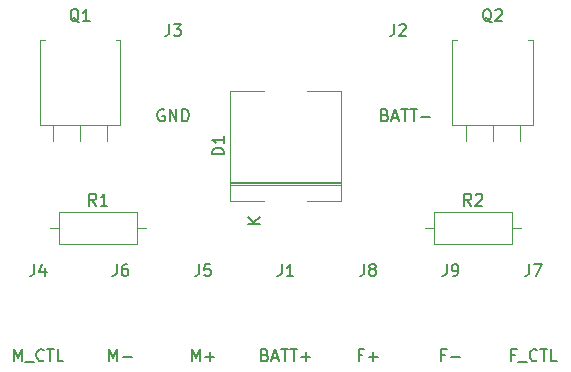
<source format=gbr>
%TF.GenerationSoftware,KiCad,Pcbnew,(5.1.6)-1*%
%TF.CreationDate,2020-08-02T10:54:23-04:00*%
%TF.ProjectId,Fogger_Power_CTRL,466f6767-6572-45f5-906f-7765725f4354,rev?*%
%TF.SameCoordinates,Original*%
%TF.FileFunction,Legend,Top*%
%TF.FilePolarity,Positive*%
%FSLAX46Y46*%
G04 Gerber Fmt 4.6, Leading zero omitted, Abs format (unit mm)*
G04 Created by KiCad (PCBNEW (5.1.6)-1) date 2020-08-02 10:54:23*
%MOMM*%
%LPD*%
G01*
G04 APERTURE LIST*
%ADD10C,0.150000*%
%ADD11C,0.120000*%
G04 APERTURE END LIST*
D10*
X145796190Y-111688571D02*
X145462857Y-111688571D01*
X145462857Y-112212380D02*
X145462857Y-111212380D01*
X145939047Y-111212380D01*
X146081904Y-112307619D02*
X146843809Y-112307619D01*
X147653333Y-112117142D02*
X147605714Y-112164761D01*
X147462857Y-112212380D01*
X147367619Y-112212380D01*
X147224761Y-112164761D01*
X147129523Y-112069523D01*
X147081904Y-111974285D01*
X147034285Y-111783809D01*
X147034285Y-111640952D01*
X147081904Y-111450476D01*
X147129523Y-111355238D01*
X147224761Y-111260000D01*
X147367619Y-111212380D01*
X147462857Y-111212380D01*
X147605714Y-111260000D01*
X147653333Y-111307619D01*
X147939047Y-111212380D02*
X148510476Y-111212380D01*
X148224761Y-112212380D02*
X148224761Y-111212380D01*
X149320000Y-112212380D02*
X148843809Y-112212380D01*
X148843809Y-111212380D01*
X139858809Y-111688571D02*
X139525476Y-111688571D01*
X139525476Y-112212380D02*
X139525476Y-111212380D01*
X140001666Y-111212380D01*
X140382619Y-111831428D02*
X141144523Y-111831428D01*
X132873809Y-111688571D02*
X132540476Y-111688571D01*
X132540476Y-112212380D02*
X132540476Y-111212380D01*
X133016666Y-111212380D01*
X133397619Y-111831428D02*
X134159523Y-111831428D01*
X133778571Y-112212380D02*
X133778571Y-111450476D01*
X124626904Y-111688571D02*
X124769761Y-111736190D01*
X124817380Y-111783809D01*
X124865000Y-111879047D01*
X124865000Y-112021904D01*
X124817380Y-112117142D01*
X124769761Y-112164761D01*
X124674523Y-112212380D01*
X124293571Y-112212380D01*
X124293571Y-111212380D01*
X124626904Y-111212380D01*
X124722142Y-111260000D01*
X124769761Y-111307619D01*
X124817380Y-111402857D01*
X124817380Y-111498095D01*
X124769761Y-111593333D01*
X124722142Y-111640952D01*
X124626904Y-111688571D01*
X124293571Y-111688571D01*
X125245952Y-111926666D02*
X125722142Y-111926666D01*
X125150714Y-112212380D02*
X125484047Y-111212380D01*
X125817380Y-112212380D01*
X126007857Y-111212380D02*
X126579285Y-111212380D01*
X126293571Y-112212380D02*
X126293571Y-111212380D01*
X126769761Y-111212380D02*
X127341190Y-111212380D01*
X127055476Y-112212380D02*
X127055476Y-111212380D01*
X127674523Y-111831428D02*
X128436428Y-111831428D01*
X128055476Y-112212380D02*
X128055476Y-111450476D01*
X118427619Y-112212380D02*
X118427619Y-111212380D01*
X118760952Y-111926666D01*
X119094285Y-111212380D01*
X119094285Y-112212380D01*
X119570476Y-111831428D02*
X120332380Y-111831428D01*
X119951428Y-112212380D02*
X119951428Y-111450476D01*
X111442619Y-112212380D02*
X111442619Y-111212380D01*
X111775952Y-111926666D01*
X112109285Y-111212380D01*
X112109285Y-112212380D01*
X112585476Y-111831428D02*
X113347380Y-111831428D01*
X103410000Y-112212380D02*
X103410000Y-111212380D01*
X103743333Y-111926666D01*
X104076666Y-111212380D01*
X104076666Y-112212380D01*
X104314761Y-112307619D02*
X105076666Y-112307619D01*
X105886190Y-112117142D02*
X105838571Y-112164761D01*
X105695714Y-112212380D01*
X105600476Y-112212380D01*
X105457619Y-112164761D01*
X105362380Y-112069523D01*
X105314761Y-111974285D01*
X105267142Y-111783809D01*
X105267142Y-111640952D01*
X105314761Y-111450476D01*
X105362380Y-111355238D01*
X105457619Y-111260000D01*
X105600476Y-111212380D01*
X105695714Y-111212380D01*
X105838571Y-111260000D01*
X105886190Y-111307619D01*
X106171904Y-111212380D02*
X106743333Y-111212380D01*
X106457619Y-112212380D02*
X106457619Y-111212380D01*
X107552857Y-112212380D02*
X107076666Y-112212380D01*
X107076666Y-111212380D01*
X134786904Y-91368571D02*
X134929761Y-91416190D01*
X134977380Y-91463809D01*
X135025000Y-91559047D01*
X135025000Y-91701904D01*
X134977380Y-91797142D01*
X134929761Y-91844761D01*
X134834523Y-91892380D01*
X134453571Y-91892380D01*
X134453571Y-90892380D01*
X134786904Y-90892380D01*
X134882142Y-90940000D01*
X134929761Y-90987619D01*
X134977380Y-91082857D01*
X134977380Y-91178095D01*
X134929761Y-91273333D01*
X134882142Y-91320952D01*
X134786904Y-91368571D01*
X134453571Y-91368571D01*
X135405952Y-91606666D02*
X135882142Y-91606666D01*
X135310714Y-91892380D02*
X135644047Y-90892380D01*
X135977380Y-91892380D01*
X136167857Y-90892380D02*
X136739285Y-90892380D01*
X136453571Y-91892380D02*
X136453571Y-90892380D01*
X136929761Y-90892380D02*
X137501190Y-90892380D01*
X137215476Y-91892380D02*
X137215476Y-90892380D01*
X137834523Y-91511428D02*
X138596428Y-91511428D01*
X116078095Y-90940000D02*
X115982857Y-90892380D01*
X115840000Y-90892380D01*
X115697142Y-90940000D01*
X115601904Y-91035238D01*
X115554285Y-91130476D01*
X115506666Y-91320952D01*
X115506666Y-91463809D01*
X115554285Y-91654285D01*
X115601904Y-91749523D01*
X115697142Y-91844761D01*
X115840000Y-91892380D01*
X115935238Y-91892380D01*
X116078095Y-91844761D01*
X116125714Y-91797142D01*
X116125714Y-91463809D01*
X115935238Y-91463809D01*
X116554285Y-91892380D02*
X116554285Y-90892380D01*
X117125714Y-91892380D01*
X117125714Y-90892380D01*
X117601904Y-91892380D02*
X117601904Y-90892380D01*
X117840000Y-90892380D01*
X117982857Y-90940000D01*
X118078095Y-91035238D01*
X118125714Y-91130476D01*
X118173333Y-91320952D01*
X118173333Y-91463809D01*
X118125714Y-91654285D01*
X118078095Y-91749523D01*
X117982857Y-91844761D01*
X117840000Y-91892380D01*
X117601904Y-91892380D01*
D11*
%TO.C,D1*%
X121695000Y-97285000D02*
X131035000Y-97285000D01*
X121695000Y-97045000D02*
X131035000Y-97045000D01*
X121695000Y-97165000D02*
X131035000Y-97165000D01*
X131035000Y-89310000D02*
X128205000Y-89310000D01*
X131035000Y-98650000D02*
X131035000Y-89310000D01*
X128205000Y-98650000D02*
X131035000Y-98650000D01*
X121695000Y-89310000D02*
X124525000Y-89310000D01*
X121695000Y-98650000D02*
X121695000Y-89310000D01*
X124525000Y-98650000D02*
X121695000Y-98650000D01*
%TO.C,Q1*%
X105560000Y-92235000D02*
X112380000Y-92235000D01*
X105560000Y-84995000D02*
X105969000Y-84995000D01*
X111971000Y-84995000D02*
X112380000Y-84995000D01*
X105560000Y-84995000D02*
X105560000Y-92235000D01*
X112380000Y-84995000D02*
X112380000Y-92235000D01*
X106680000Y-92235000D02*
X106680000Y-93565000D01*
X108970000Y-92235000D02*
X108970000Y-93565000D01*
X111260000Y-92235000D02*
X111260000Y-93565000D01*
%TO.C,Q2*%
X146185000Y-92235000D02*
X146185000Y-93565000D01*
X143895000Y-92235000D02*
X143895000Y-93565000D01*
X141605000Y-92235000D02*
X141605000Y-93565000D01*
X147305000Y-84995000D02*
X147305000Y-92235000D01*
X140485000Y-84995000D02*
X140485000Y-92235000D01*
X146896000Y-84995000D02*
X147305000Y-84995000D01*
X140485000Y-84995000D02*
X140894000Y-84995000D01*
X140485000Y-92235000D02*
X147305000Y-92235000D01*
%TO.C,R1*%
X107220000Y-99595000D02*
X107220000Y-102335000D01*
X107220000Y-102335000D02*
X113760000Y-102335000D01*
X113760000Y-102335000D02*
X113760000Y-99595000D01*
X113760000Y-99595000D02*
X107220000Y-99595000D01*
X106450000Y-100965000D02*
X107220000Y-100965000D01*
X114530000Y-100965000D02*
X113760000Y-100965000D01*
%TO.C,R2*%
X146280000Y-100965000D02*
X145510000Y-100965000D01*
X138200000Y-100965000D02*
X138970000Y-100965000D01*
X145510000Y-99595000D02*
X138970000Y-99595000D01*
X145510000Y-102335000D02*
X145510000Y-99595000D01*
X138970000Y-102335000D02*
X145510000Y-102335000D01*
X138970000Y-99595000D02*
X138970000Y-102335000D01*
%TO.C,D1*%
D10*
X121147380Y-94718095D02*
X120147380Y-94718095D01*
X120147380Y-94480000D01*
X120195000Y-94337142D01*
X120290238Y-94241904D01*
X120385476Y-94194285D01*
X120575952Y-94146666D01*
X120718809Y-94146666D01*
X120909285Y-94194285D01*
X121004523Y-94241904D01*
X121099761Y-94337142D01*
X121147380Y-94480000D01*
X121147380Y-94718095D01*
X121147380Y-93194285D02*
X121147380Y-93765714D01*
X121147380Y-93480000D02*
X120147380Y-93480000D01*
X120290238Y-93575238D01*
X120385476Y-93670476D01*
X120433095Y-93765714D01*
X124217380Y-100591904D02*
X123217380Y-100591904D01*
X124217380Y-100020476D02*
X123645952Y-100449047D01*
X123217380Y-100020476D02*
X123788809Y-100591904D01*
%TO.C,J1*%
X126031666Y-104002380D02*
X126031666Y-104716666D01*
X125984047Y-104859523D01*
X125888809Y-104954761D01*
X125745952Y-105002380D01*
X125650714Y-105002380D01*
X127031666Y-105002380D02*
X126460238Y-105002380D01*
X126745952Y-105002380D02*
X126745952Y-104002380D01*
X126650714Y-104145238D01*
X126555476Y-104240476D01*
X126460238Y-104288095D01*
%TO.C,J2*%
X135556666Y-83682380D02*
X135556666Y-84396666D01*
X135509047Y-84539523D01*
X135413809Y-84634761D01*
X135270952Y-84682380D01*
X135175714Y-84682380D01*
X135985238Y-83777619D02*
X136032857Y-83730000D01*
X136128095Y-83682380D01*
X136366190Y-83682380D01*
X136461428Y-83730000D01*
X136509047Y-83777619D01*
X136556666Y-83872857D01*
X136556666Y-83968095D01*
X136509047Y-84110952D01*
X135937619Y-84682380D01*
X136556666Y-84682380D01*
%TO.C,J3*%
X116506666Y-83682380D02*
X116506666Y-84396666D01*
X116459047Y-84539523D01*
X116363809Y-84634761D01*
X116220952Y-84682380D01*
X116125714Y-84682380D01*
X116887619Y-83682380D02*
X117506666Y-83682380D01*
X117173333Y-84063333D01*
X117316190Y-84063333D01*
X117411428Y-84110952D01*
X117459047Y-84158571D01*
X117506666Y-84253809D01*
X117506666Y-84491904D01*
X117459047Y-84587142D01*
X117411428Y-84634761D01*
X117316190Y-84682380D01*
X117030476Y-84682380D01*
X116935238Y-84634761D01*
X116887619Y-84587142D01*
%TO.C,J4*%
X105076666Y-104002380D02*
X105076666Y-104716666D01*
X105029047Y-104859523D01*
X104933809Y-104954761D01*
X104790952Y-105002380D01*
X104695714Y-105002380D01*
X105981428Y-104335714D02*
X105981428Y-105002380D01*
X105743333Y-103954761D02*
X105505238Y-104669047D01*
X106124285Y-104669047D01*
%TO.C,J5*%
X119046666Y-104002380D02*
X119046666Y-104716666D01*
X118999047Y-104859523D01*
X118903809Y-104954761D01*
X118760952Y-105002380D01*
X118665714Y-105002380D01*
X119999047Y-104002380D02*
X119522857Y-104002380D01*
X119475238Y-104478571D01*
X119522857Y-104430952D01*
X119618095Y-104383333D01*
X119856190Y-104383333D01*
X119951428Y-104430952D01*
X119999047Y-104478571D01*
X120046666Y-104573809D01*
X120046666Y-104811904D01*
X119999047Y-104907142D01*
X119951428Y-104954761D01*
X119856190Y-105002380D01*
X119618095Y-105002380D01*
X119522857Y-104954761D01*
X119475238Y-104907142D01*
%TO.C,J6*%
X112061666Y-104002380D02*
X112061666Y-104716666D01*
X112014047Y-104859523D01*
X111918809Y-104954761D01*
X111775952Y-105002380D01*
X111680714Y-105002380D01*
X112966428Y-104002380D02*
X112775952Y-104002380D01*
X112680714Y-104050000D01*
X112633095Y-104097619D01*
X112537857Y-104240476D01*
X112490238Y-104430952D01*
X112490238Y-104811904D01*
X112537857Y-104907142D01*
X112585476Y-104954761D01*
X112680714Y-105002380D01*
X112871190Y-105002380D01*
X112966428Y-104954761D01*
X113014047Y-104907142D01*
X113061666Y-104811904D01*
X113061666Y-104573809D01*
X113014047Y-104478571D01*
X112966428Y-104430952D01*
X112871190Y-104383333D01*
X112680714Y-104383333D01*
X112585476Y-104430952D01*
X112537857Y-104478571D01*
X112490238Y-104573809D01*
%TO.C,J7*%
X146986666Y-104002380D02*
X146986666Y-104716666D01*
X146939047Y-104859523D01*
X146843809Y-104954761D01*
X146700952Y-105002380D01*
X146605714Y-105002380D01*
X147367619Y-104002380D02*
X148034285Y-104002380D01*
X147605714Y-105002380D01*
%TO.C,J8*%
X133016666Y-104002380D02*
X133016666Y-104716666D01*
X132969047Y-104859523D01*
X132873809Y-104954761D01*
X132730952Y-105002380D01*
X132635714Y-105002380D01*
X133635714Y-104430952D02*
X133540476Y-104383333D01*
X133492857Y-104335714D01*
X133445238Y-104240476D01*
X133445238Y-104192857D01*
X133492857Y-104097619D01*
X133540476Y-104050000D01*
X133635714Y-104002380D01*
X133826190Y-104002380D01*
X133921428Y-104050000D01*
X133969047Y-104097619D01*
X134016666Y-104192857D01*
X134016666Y-104240476D01*
X133969047Y-104335714D01*
X133921428Y-104383333D01*
X133826190Y-104430952D01*
X133635714Y-104430952D01*
X133540476Y-104478571D01*
X133492857Y-104526190D01*
X133445238Y-104621428D01*
X133445238Y-104811904D01*
X133492857Y-104907142D01*
X133540476Y-104954761D01*
X133635714Y-105002380D01*
X133826190Y-105002380D01*
X133921428Y-104954761D01*
X133969047Y-104907142D01*
X134016666Y-104811904D01*
X134016666Y-104621428D01*
X133969047Y-104526190D01*
X133921428Y-104478571D01*
X133826190Y-104430952D01*
%TO.C,J9*%
X140001666Y-104002380D02*
X140001666Y-104716666D01*
X139954047Y-104859523D01*
X139858809Y-104954761D01*
X139715952Y-105002380D01*
X139620714Y-105002380D01*
X140525476Y-105002380D02*
X140715952Y-105002380D01*
X140811190Y-104954761D01*
X140858809Y-104907142D01*
X140954047Y-104764285D01*
X141001666Y-104573809D01*
X141001666Y-104192857D01*
X140954047Y-104097619D01*
X140906428Y-104050000D01*
X140811190Y-104002380D01*
X140620714Y-104002380D01*
X140525476Y-104050000D01*
X140477857Y-104097619D01*
X140430238Y-104192857D01*
X140430238Y-104430952D01*
X140477857Y-104526190D01*
X140525476Y-104573809D01*
X140620714Y-104621428D01*
X140811190Y-104621428D01*
X140906428Y-104573809D01*
X140954047Y-104526190D01*
X141001666Y-104430952D01*
%TO.C,Q1*%
X108874761Y-83509286D02*
X108779523Y-83461667D01*
X108684285Y-83366428D01*
X108541428Y-83223571D01*
X108446190Y-83175952D01*
X108350952Y-83175952D01*
X108398571Y-83414047D02*
X108303333Y-83366428D01*
X108208095Y-83271190D01*
X108160476Y-83080714D01*
X108160476Y-82747381D01*
X108208095Y-82556905D01*
X108303333Y-82461667D01*
X108398571Y-82414047D01*
X108589047Y-82414047D01*
X108684285Y-82461667D01*
X108779523Y-82556905D01*
X108827142Y-82747381D01*
X108827142Y-83080714D01*
X108779523Y-83271190D01*
X108684285Y-83366428D01*
X108589047Y-83414047D01*
X108398571Y-83414047D01*
X109779523Y-83414047D02*
X109208095Y-83414047D01*
X109493809Y-83414047D02*
X109493809Y-82414047D01*
X109398571Y-82556905D01*
X109303333Y-82652143D01*
X109208095Y-82699762D01*
%TO.C,Q2*%
X143799761Y-83509286D02*
X143704523Y-83461667D01*
X143609285Y-83366428D01*
X143466428Y-83223571D01*
X143371190Y-83175952D01*
X143275952Y-83175952D01*
X143323571Y-83414047D02*
X143228333Y-83366428D01*
X143133095Y-83271190D01*
X143085476Y-83080714D01*
X143085476Y-82747381D01*
X143133095Y-82556905D01*
X143228333Y-82461667D01*
X143323571Y-82414047D01*
X143514047Y-82414047D01*
X143609285Y-82461667D01*
X143704523Y-82556905D01*
X143752142Y-82747381D01*
X143752142Y-83080714D01*
X143704523Y-83271190D01*
X143609285Y-83366428D01*
X143514047Y-83414047D01*
X143323571Y-83414047D01*
X144133095Y-82509286D02*
X144180714Y-82461667D01*
X144275952Y-82414047D01*
X144514047Y-82414047D01*
X144609285Y-82461667D01*
X144656904Y-82509286D01*
X144704523Y-82604524D01*
X144704523Y-82699762D01*
X144656904Y-82842619D01*
X144085476Y-83414047D01*
X144704523Y-83414047D01*
%TO.C,R1*%
X110323333Y-99047380D02*
X109990000Y-98571190D01*
X109751904Y-99047380D02*
X109751904Y-98047380D01*
X110132857Y-98047380D01*
X110228095Y-98095000D01*
X110275714Y-98142619D01*
X110323333Y-98237857D01*
X110323333Y-98380714D01*
X110275714Y-98475952D01*
X110228095Y-98523571D01*
X110132857Y-98571190D01*
X109751904Y-98571190D01*
X111275714Y-99047380D02*
X110704285Y-99047380D01*
X110990000Y-99047380D02*
X110990000Y-98047380D01*
X110894761Y-98190238D01*
X110799523Y-98285476D01*
X110704285Y-98333095D01*
%TO.C,R2*%
X142073333Y-99047380D02*
X141740000Y-98571190D01*
X141501904Y-99047380D02*
X141501904Y-98047380D01*
X141882857Y-98047380D01*
X141978095Y-98095000D01*
X142025714Y-98142619D01*
X142073333Y-98237857D01*
X142073333Y-98380714D01*
X142025714Y-98475952D01*
X141978095Y-98523571D01*
X141882857Y-98571190D01*
X141501904Y-98571190D01*
X142454285Y-98142619D02*
X142501904Y-98095000D01*
X142597142Y-98047380D01*
X142835238Y-98047380D01*
X142930476Y-98095000D01*
X142978095Y-98142619D01*
X143025714Y-98237857D01*
X143025714Y-98333095D01*
X142978095Y-98475952D01*
X142406666Y-99047380D01*
X143025714Y-99047380D01*
%TD*%
M02*

</source>
